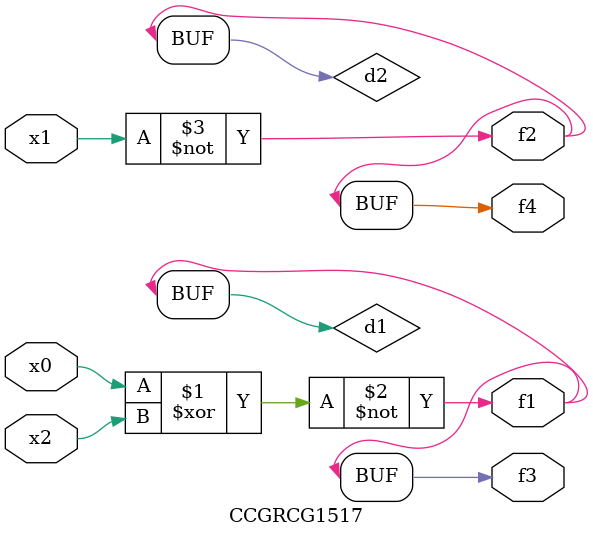
<source format=v>
module CCGRCG1517(
	input x0, x1, x2,
	output f1, f2, f3, f4
);

	wire d1, d2, d3;

	xnor (d1, x0, x2);
	nand (d2, x1);
	nor (d3, x1, x2);
	assign f1 = d1;
	assign f2 = d2;
	assign f3 = d1;
	assign f4 = d2;
endmodule

</source>
